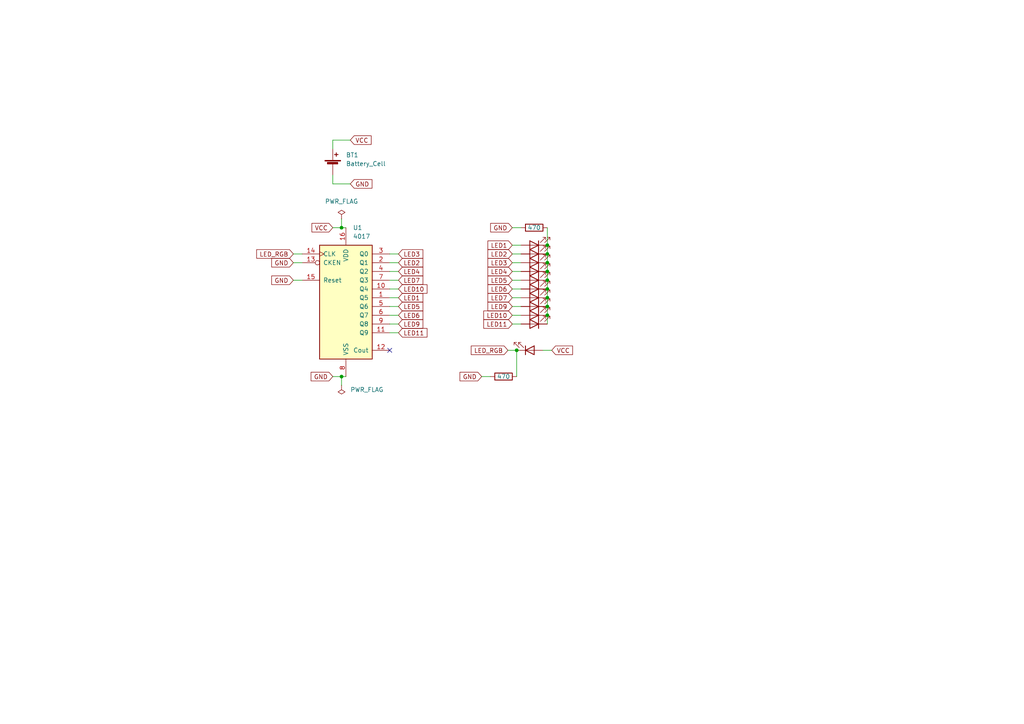
<source format=kicad_sch>
(kicad_sch (version 20211123) (generator eeschema)
  (paper "A4")
  (lib_symbols
    (symbol "4xxx:4017" (pin_names (offset 1.016))
      (property "Reference" "U" (at -7.62 16.51 0))
      (property "Value" "4017" (at -7.62 -19.05 0))
      (symbol "4017_1_0"
        (pin output line (at 12.7 0 180) (length 5.08) (name "Q5") (number "1"))
        (pin output line (at 12.7 2.54 180) (length 5.08) (name "Q4") (number "10"))
        (pin output line (at 12.7 -10.16 180) (length 5.08) (name "Q9") (number "11"))
        (pin output line (at 12.7 -15.24 180) (length 5.08) (name "Cout") (number "12"))
        (pin input inverted (at -12.7 10.16 0) (length 5.08) (name "CKEN") (number "13"))
        (pin input clock (at -12.7 12.7 0) (length 5.08) (name "CLK") (number "14"))
        (pin input line (at -12.7 5.08 0) (length 5.08) (name "Reset") (number "15"))
        (pin power_in line (at 0 20.32 270) (length 5.08) (name "VDD") (number "16"))
        (pin output line (at 12.7 10.16 180) (length 5.08) (name "Q1") (number "2"))
        (pin output line (at 12.7 12.7 180) (length 5.08) (name "Q0") (number "3"))
        (pin output line (at 12.7 7.62 180) (length 5.08) (name "Q2") (number "4"))
        (pin output line (at 12.7 -2.54 180) (length 5.08) (name "Q6") (number "5"))
        (pin output line (at 12.7 -5.08 180) (length 5.08) (name "Q7") (number "6"))
        (pin output line (at 12.7 5.08 180) (length 5.08) (name "Q3") (number "7"))
        (pin power_in line (at 0 -22.86 90) (length 5.08) (name "VSS") (number "8"))
        (pin output line (at 12.7 -7.62 180) (length 5.08) (name "Q8") (number "9"))
      )
      (symbol "4017_1_1"
        (rectangle (start -7.62 15.24) (end 7.62 -17.78) (stroke (width 0.254)) (fill (type background)))
      )
    )
    (symbol "Device:Battery_Cell" (pin_numbers hide) (pin_names (offset 0) hide)
      (property "Reference" "BT" (at 2.54 2.54 0))
      (property "Value" "Battery_Cell" (at 2.54 0 0))
      (symbol "Battery_Cell_0_1"
        (rectangle (start -2.286 1.778) (end 2.286 1.524) (fill (type outline)))
        (rectangle (start -1.5748 1.1938) (end 1.4732 0.6858) (fill (type outline)))
        (polyline (pts (xy 0 0.762) (xy 0 0)))
        (polyline (pts (xy 0 1.778) (xy 0 2.54)))
        (polyline (pts (xy 0.508 3.429) (xy 1.524 3.429)) (stroke (width 0.254)))
        (polyline (pts (xy 1.016 3.937) (xy 1.016 2.921)) (stroke (width 0.254)))
      )
      (symbol "Battery_Cell_1_1"
        (pin passive line (at 0 5.08 270) (length 2.54) (name "+") (number "1"))
        (pin passive line (at 0 -2.54 90) (length 2.54) (name "-") (number "2"))
      )
    )
    (symbol "Device:LED" (pin_numbers hide) (pin_names (offset 1.016) hide)
      (property "Reference" "D" (at 0 2.54 0))
      (property "Value" "LED" (at 0 -2.54 0))
      (symbol "LED_0_1"
        (polyline (pts (xy -1.27 -1.27) (xy -1.27 1.27)) (stroke (width 0.254)))
        (polyline (pts (xy -1.27 0) (xy 1.27 0)))
        (polyline (pts (xy 1.27 -1.27) (xy 1.27 1.27) (xy -1.27 0) (xy 1.27 -1.27)) (stroke (width 0.254)))
        (polyline (pts (xy -3.048 -0.762) (xy -4.572 -2.286) (xy -3.81 -2.286) (xy -4.572 -2.286) (xy -4.572 -1.524)))
        (polyline (pts (xy -1.778 -0.762) (xy -3.302 -2.286) (xy -2.54 -2.286) (xy -3.302 -2.286) (xy -3.302 -1.524)))
      )
      (symbol "LED_1_1"
        (pin passive line (at -3.81 0 0) (length 2.54) (name "K") (number "1"))
        (pin passive line (at 3.81 0 180) (length 2.54) (name "A") (number "2"))
      )
    )
    (symbol "Device:R" (pin_numbers hide) (pin_names (offset 0))
      (property "Reference" "R" (at 2.032 0 90))
      (property "Value" "R" (at 0 0 90))
      (symbol "R_0_1"
        (rectangle (start -1.016 -2.54) (end 1.016 2.54) (stroke (width 0.254)))
      )
      (symbol "R_1_1"
        (pin passive line (at 0 3.81 270) (length 1.27) (name "~") (number "1"))
        (pin passive line (at 0 -3.81 90) (length 1.27) (name "~") (number "2"))
      )
    )
    (symbol "power:PWR_FLAG" (power) (pin_numbers hide) (pin_names (offset 0) hide)
      (property "Value" "PWR_FLAG" (at 0 3.81 0))
      (symbol "PWR_FLAG_0_0"
        (pin power_out line (at 0 0 90) (length 0) (name "pwr") (number "1"))
      )
      (symbol "PWR_FLAG_0_1"
        (polyline (pts (xy 0 0) (xy 0 1.27) (xy -1.016 1.905) (xy 0 2.54) (xy 1.016 1.905) (xy 0 1.27)))
      )
    )
  )
  (junction (at 158.75 88.9))
  (junction (at 158.75 71.12))
  (junction (at 158.75 76.2))
  (junction (at 158.75 91.44))
  (junction (at 158.75 73.66))
  (junction (at 99.06 109.22))
  (junction (at 99.06 66.04))
  (junction (at 149.86 101.6))
  (junction (at 158.75 86.36))
  (junction (at 158.75 81.28))
  (junction (at 158.75 78.74))
  (junction (at 158.75 83.82))
  (no_connect (at 113.03 101.6))
  (wire (pts (xy 148.59 91.44) (xy 151.13 91.44)))
  (wire (pts (xy 148.59 66.04) (xy 151.13 66.04)))
  (wire (pts (xy 99.06 109.22) (xy 99.06 111.76)))
  (wire (pts (xy 148.59 81.28) (xy 151.13 81.28)))
  (wire (pts (xy 101.6 53.34) (xy 96.52 53.34)))
  (wire (pts (xy 158.75 91.44) (xy 158.75 93.98)))
  (wire (pts (xy 157.48 101.6) (xy 160.02 101.6)))
  (wire (pts (xy 99.06 63.5) (xy 99.06 66.04)))
  (wire (pts (xy 148.59 88.9) (xy 151.13 88.9)))
  (wire (pts (xy 113.03 83.82) (xy 115.57 83.82)))
  (wire (pts (xy 96.52 40.64) (xy 96.52 43.18)))
  (wire (pts (xy 158.75 78.74) (xy 158.75 81.28)))
  (wire (pts (xy 113.03 91.44) (xy 115.57 91.44)))
  (wire (pts (xy 148.59 93.98) (xy 151.13 93.98)))
  (wire (pts (xy 99.06 66.04) (xy 100.33 66.04)))
  (wire (pts (xy 113.03 88.9) (xy 115.57 88.9)))
  (wire (pts (xy 158.75 81.28) (xy 158.75 83.82)))
  (wire (pts (xy 148.59 71.12) (xy 151.13 71.12)))
  (wire (pts (xy 158.75 83.82) (xy 158.75 86.36)))
  (wire (pts (xy 158.75 86.36) (xy 158.75 88.9)))
  (wire (pts (xy 158.75 71.12) (xy 158.75 73.66)))
  (wire (pts (xy 113.03 76.2) (xy 115.57 76.2)))
  (wire (pts (xy 96.52 66.04) (xy 99.06 66.04)))
  (wire (pts (xy 139.7 109.22) (xy 142.24 109.22)))
  (wire (pts (xy 149.86 101.6) (xy 149.86 109.22)))
  (wire (pts (xy 96.52 109.22) (xy 99.06 109.22)))
  (wire (pts (xy 148.59 83.82) (xy 151.13 83.82)))
  (wire (pts (xy 113.03 93.98) (xy 115.57 93.98)))
  (wire (pts (xy 113.03 73.66) (xy 115.57 73.66)))
  (wire (pts (xy 113.03 86.36) (xy 115.57 86.36)))
  (wire (pts (xy 158.75 73.66) (xy 158.75 76.2)))
  (wire (pts (xy 158.75 76.2) (xy 158.75 78.74)))
  (wire (pts (xy 158.75 66.04) (xy 158.75 71.12)))
  (wire (pts (xy 85.09 73.66) (xy 87.63 73.66)))
  (wire (pts (xy 99.06 109.22) (xy 100.33 109.22)))
  (wire (pts (xy 96.52 53.34) (xy 96.52 50.8)))
  (wire (pts (xy 148.59 76.2) (xy 151.13 76.2)))
  (wire (pts (xy 158.75 88.9) (xy 158.75 91.44)))
  (wire (pts (xy 113.03 78.74) (xy 115.57 78.74)))
  (wire (pts (xy 147.32 101.6) (xy 149.86 101.6)))
  (wire (pts (xy 85.09 81.28) (xy 87.63 81.28)))
  (wire (pts (xy 101.6 40.64) (xy 96.52 40.64)))
  (wire (pts (xy 148.59 86.36) (xy 151.13 86.36)))
  (wire (pts (xy 113.03 81.28) (xy 115.57 81.28)))
  (wire (pts (xy 85.09 76.2) (xy 87.63 76.2)))
  (wire (pts (xy 148.59 73.66) (xy 151.13 73.66)))
  (wire (pts (xy 148.59 78.74) (xy 151.13 78.74)))
  (wire (pts (xy 113.03 96.52) (xy 115.57 96.52)))
  (global_label "LED1" (shape input) (at 148.59 71.12 180) (property "Intersheet References" "${INTERSHEET_REFS}" (effects hide)))
  (global_label "LED7" (shape input) (at 148.59 86.36 180) (property "Intersheet References" "${INTERSHEET_REFS}" (effects hide)))
  (global_label "LED9" (shape input) (at 115.57 93.98 0) (property "Intersheet References" "${INTERSHEET_REFS}" (effects hide)))
  (global_label "LED2" (shape input) (at 148.59 73.66 180) (property "Intersheet References" "${INTERSHEET_REFS}" (effects hide)))
  (global_label "LED_RGB" (shape input) (at 85.09 73.66 180) (property "Intersheet References" "${INTERSHEET_REFS}" (effects hide)))
  (global_label "LED7" (shape input) (at 115.57 81.28 0) (property "Intersheet References" "${INTERSHEET_REFS}" (effects hide)))
  (global_label "LED5" (shape input) (at 115.57 88.9 0) (property "Intersheet References" "${INTERSHEET_REFS}" (effects hide)))
  (global_label "LED1" (shape input) (at 115.57 86.36 0) (property "Intersheet References" "${INTERSHEET_REFS}" (effects hide)))
  (global_label "VCC" (shape input) (at 101.6 40.64 0) (property "Intersheet References" "${INTERSHEET_REFS}" (effects hide)))
  (global_label "VCC" (shape input) (at 160.02 101.6 0) (property "Intersheet References" "${INTERSHEET_REFS}" (effects hide)))
  (global_label "GND" (shape input) (at 85.09 81.28 180) (property "Intersheet References" "${INTERSHEET_REFS}" (effects hide)))
  (global_label "LED11" (shape input) (at 115.57 96.52 0) (property "Intersheet References" "${INTERSHEET_REFS}" (effects hide)))
  (global_label "GND" (shape input) (at 85.09 76.2 180) (property "Intersheet References" "${INTERSHEET_REFS}" (effects hide)))
  (global_label "LED10" (shape input) (at 115.57 83.82 0) (property "Intersheet References" "${INTERSHEET_REFS}" (effects hide)))
  (global_label "LED3" (shape input) (at 148.59 76.2 180) (property "Intersheet References" "${INTERSHEET_REFS}" (effects hide)))
  (global_label "LED5" (shape input) (at 148.59 81.28 180) (property "Intersheet References" "${INTERSHEET_REFS}" (effects hide)))
  (global_label "LED6" (shape input) (at 148.59 83.82 180) (property "Intersheet References" "${INTERSHEET_REFS}" (effects hide)))
  (global_label "GND" (shape input) (at 96.52 109.22 180) (property "Intersheet References" "${INTERSHEET_REFS}" (effects hide)))
  (global_label "VCC" (shape input) (at 96.52 66.04 180) (property "Intersheet References" "${INTERSHEET_REFS}" (effects hide)))
  (global_label "GND" (shape input) (at 139.7 109.22 180) (property "Intersheet References" "${INTERSHEET_REFS}" (effects hide)))
  (global_label "GND" (shape input) (at 101.6 53.34 0) (property "Intersheet References" "${INTERSHEET_REFS}" (effects hide)))
  (global_label "LED6" (shape input) (at 115.57 91.44 0) (property "Intersheet References" "${INTERSHEET_REFS}" (effects hide)))
  (global_label "LED4" (shape input) (at 115.57 78.74 0) (property "Intersheet References" "${INTERSHEET_REFS}" (effects hide)))
  (global_label "LED11" (shape input) (at 148.59 93.98 180) (property "Intersheet References" "${INTERSHEET_REFS}" (effects hide)))
  (global_label "LED9" (shape input) (at 148.59 88.9 180) (property "Intersheet References" "${INTERSHEET_REFS}" (effects hide)))
  (global_label "LED_RGB" (shape input) (at 147.32 101.6 180) (property "Intersheet References" "${INTERSHEET_REFS}" (effects hide)))
  (global_label "LED10" (shape input) (at 148.59 91.44 180) (property "Intersheet References" "${INTERSHEET_REFS}" (effects hide)))
  (global_label "LED3" (shape input) (at 115.57 73.66 0) (property "Intersheet References" "${INTERSHEET_REFS}" (effects hide)))
  (global_label "LED2" (shape input) (at 115.57 76.2 0) (property "Intersheet References" "${INTERSHEET_REFS}" (effects hide)))
  (global_label "LED4" (shape input) (at 148.59 78.74 180) (property "Intersheet References" "${INTERSHEET_REFS}" (effects hide)))
  (global_label "GND" (shape input) (at 148.59 66.04 180) (property "Intersheet References" "${INTERSHEET_REFS}" (effects hide)))
  (symbol (lib_id "Device:LED") (at 154.94 88.9 180) (unit 1)
    (property "Reference" "D9" (effects hide))
    (property "Value" "LED" (effects hide))
    (property "Footprint" "LED_SMD:LED_0805_2012Metric_Pad1.15x1.40mm_HandSolder" (effects hide))
  )
  (symbol (lib_id "power:PWR_FLAG") (at 99.06 111.76 180) (unit 1)
    (property "Reference" "#FLG0102" (effects hide))
    (property "Value" "PWR_FLAG" (at 101.6 113.0299 0) (effects (justify right)))
  )
  (symbol (lib_id "4xxx:4017") (at 100.33 86.36 0) (unit 1)
    (property "Reference" "U1" (at 102.3494 66.04 0) (effects (justify left)))
    (property "Value" "4017" (at 102.3494 68.58 0) (effects (justify left)))
    (property "Footprint" "Package_SO:SOIC-16_3.9x9.9mm_P1.27mm" (effects hide))
    (property "Datasheet" "http://www.intersil.com/content/dam/Intersil/documents/cd40/cd4017bms-22bms.pdf" (effects hide))
  )
  (symbol (lib_id "Device:LED") (at 154.94 71.12 180) (unit 1)
    (property "Reference" "D2" (effects hide))
    (property "Value" "LED" (effects hide))
    (property "Footprint" "LED_SMD:LED_0805_2012Metric_Pad1.15x1.40mm_HandSolder" (effects hide))
  )
  (symbol (lib_id "Device:R") (at 146.05 109.22 90) (unit 1)
    (property "Reference" "R1" (effects hide))
    (property "Value" "470" (at 146.05 109.22 90))
    (property "Footprint" "Resistor_SMD:R_0805_2012Metric_Pad1.20x1.40mm_HandSolder" (effects hide))
  )
  (symbol (lib_id "Device:LED") (at 154.94 73.66 180) (unit 1)
    (property "Reference" "D3" (effects hide))
    (property "Value" "LED" (effects hide))
    (property "Footprint" "LED_SMD:LED_0805_2012Metric_Pad1.15x1.40mm_HandSolder" (effects hide))
  )
  (symbol (lib_id "Device:LED") (at 153.67 101.6 0) (mirror x) (unit 1)
    (property "Reference" "D1" (effects hide))
    (property "Value" "LED" (effects hide))
    (property "Footprint" "LED_SMD:LED_0805_2012Metric_Pad1.15x1.40mm_HandSolder" (effects hide))
  )
  (symbol (lib_id "power:PWR_FLAG") (at 99.06 63.5 0) (unit 1)
    (property "Reference" "#FLG0101" (effects hide))
    (property "Value" "PWR_FLAG" (at 99.06 58.42 0))
  )
  (symbol (lib_id "Device:R") (at 154.94 66.04 90) (unit 1)
    (property "Reference" "R2" (effects hide))
    (property "Value" "470" (at 154.94 66.04 90))
    (property "Footprint" "Resistor_SMD:R_0805_2012Metric_Pad1.20x1.40mm_HandSolder" (effects hide))
  )
  (symbol (lib_id "Device:LED") (at 154.94 81.28 180) (unit 1)
    (property "Reference" "D6" (effects hide))
    (property "Value" "LED" (effects hide))
    (property "Footprint" "LED_SMD:LED_0805_2012Metric_Pad1.15x1.40mm_HandSolder" (effects hide))
  )
  (symbol (lib_id "Device:Battery_Cell") (at 96.52 48.26 0) (unit 1)
    (property "Reference" "BT1" (at 100.33 44.9579 0) (effects (justify left)))
    (property "Value" "Battery_Cell" (at 100.33 47.4979 0) (effects (justify left)))
    (property "Footprint" "Battery:BatteryHolder_Keystone_3000_1x12mm" (effects hide))
  )
  (symbol (lib_id "Device:LED") (at 154.94 86.36 180) (unit 1)
    (property "Reference" "D8" (effects hide))
    (property "Value" "LED" (effects hide))
    (property "Footprint" "LED_SMD:LED_0805_2012Metric_Pad1.15x1.40mm_HandSolder" (effects hide))
  )
  (symbol (lib_id "Device:LED") (at 154.94 93.98 180) (unit 1)
    (property "Reference" "D11" (effects hide))
    (property "Value" "LED" (effects hide))
    (property "Footprint" "LED_SMD:LED_0805_2012Metric_Pad1.15x1.40mm_HandSolder" (effects hide))
  )
  (symbol (lib_id "Device:LED") (at 154.94 91.44 180) (unit 1)
    (property "Reference" "D10" (effects hide))
    (property "Value" "LED" (effects hide))
    (property "Footprint" "LED_SMD:LED_0805_2012Metric_Pad1.15x1.40mm_HandSolder" (effects hide))
  )
  (symbol (lib_id "Device:LED") (at 154.94 83.82 180) (unit 1)
    (property "Reference" "D7" (effects hide))
    (property "Value" "LED" (effects hide))
    (property "Footprint" "LED_SMD:LED_0805_2012Metric_Pad1.15x1.40mm_HandSolder" (effects hide))
  )
  (symbol (lib_id "Device:LED") (at 154.94 76.2 180) (unit 1)
    (property "Reference" "D4" (effects hide))
    (property "Value" "LED" (effects hide))
    (property "Footprint" "LED_SMD:LED_0805_2012Metric_Pad1.15x1.40mm_HandSolder" (effects hide))
  )
  (symbol (lib_id "Device:LED") (at 154.94 78.74 180) (unit 1)
    (property "Reference" "D5" (effects hide))
    (property "Value" "LED" (effects hide))
    (property "Footprint" "LED_SMD:LED_0805_2012Metric_Pad1.15x1.40mm_HandSolder" (effects hide))
  )
)
</source>
